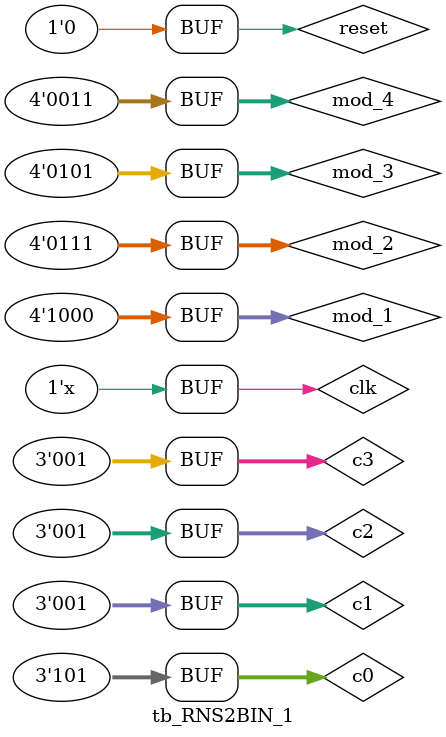
<source format=v>
`timescale 1ns / 1ps

module tb_RNS2BIN_1();
    //number of moduli
    parameter MOD_NUM = 4;
    //max size of moduli
    parameter MOD_SIZE = 3;
    //size of dynamic range of the representation
    parameter RANGE = MOD_NUM * MOD_SIZE;
    
    reg clk, reset;
    reg [MOD_SIZE : 0] mod_1, mod_2, mod_3, mod_4;
    reg [MOD_SIZE - 1:0] c0, c1, c2, c3;  
    wire [RANGE - 1:0] n;
    
    initial begin
        clk = 0;
        mod_1 = 8;
        mod_2 = 7;
        mod_3 = 5;
        mod_4 = 3;
        reset = 0; #1
        reset = 1; #1
        reset = 0;
        c0 = 3;
        c1 = 6;
        c2 = 4;
        c3 = 2; #2
        c0 = 5;
        c1 = 1;
        c2 = 1;
        c3 = 1;
    end 
    
    always #1 clk = ~clk;
           
    RNS2BIN_1 DUT(
    clk, reset,
    mod_1, mod_2, mod_3, mod_4,
    c0, c1, c2, c3,
    n
    );
endmodule

</source>
